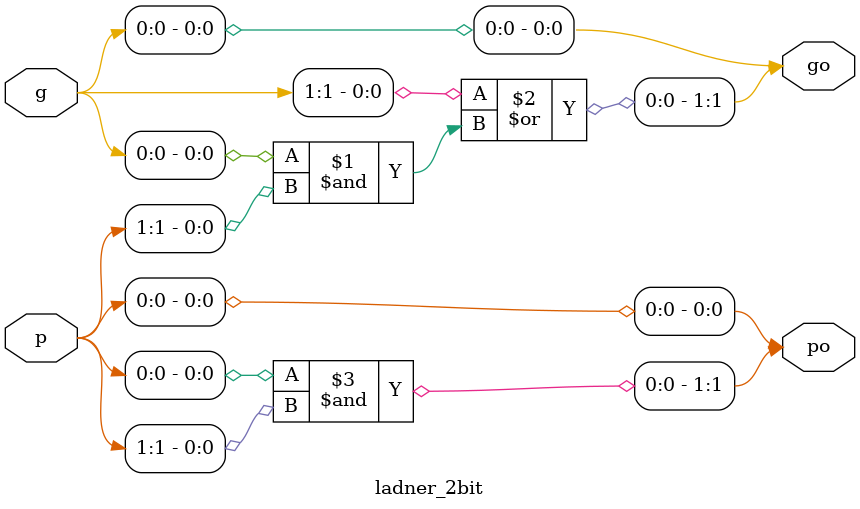
<source format=v>
`timescale 1ns / 1ps


module ladner_2bit(
input [1:0]g,p,
output [1:0]go,po
    );
    
    assign go[0]=g[0];
    assign go[1]=g[1]|(g[0]&p[1]);
    
    assign po[0]=p[0];
    assign po[1]=p[0]&p[1];
    
endmodule

</source>
